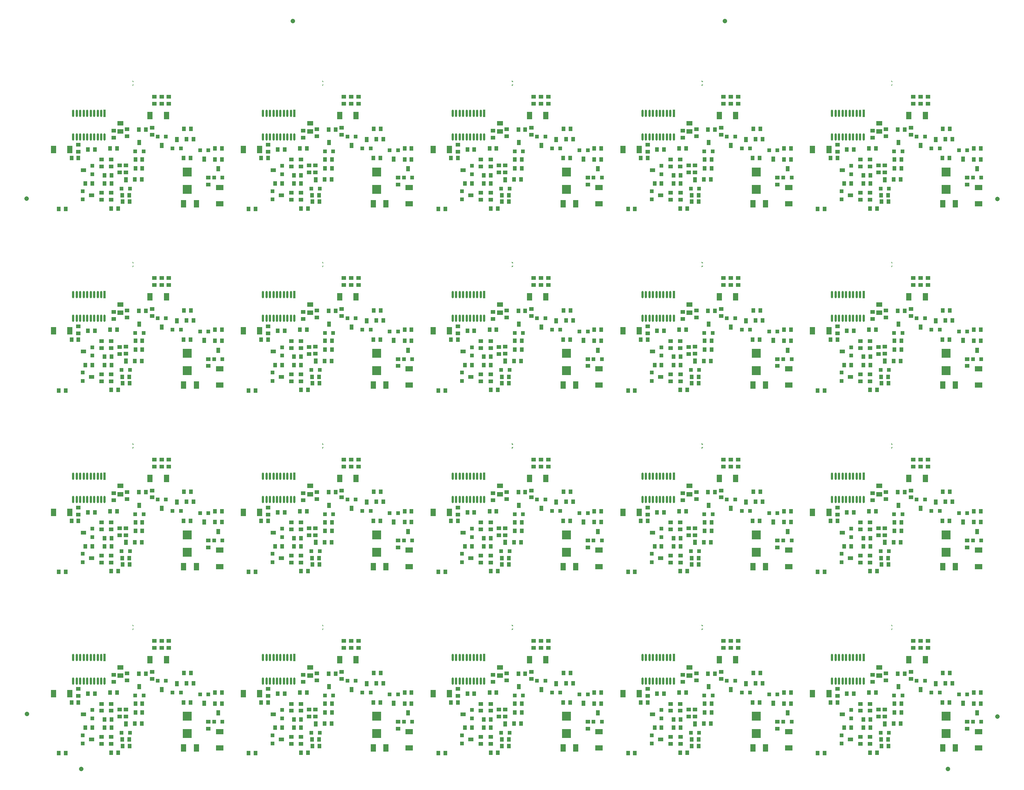
<source format=gtp>
G04*
G04 #@! TF.GenerationSoftware,Altium Limited,Altium Designer,23.8.1 (32)*
G04*
G04 Layer_Color=8421504*
%FSTAX26Y26*%
%MOIN*%
G70*
G04*
G04 #@! TF.SameCoordinates,353E1745-25BD-4490-98DE-B48524D5EC12*
G04*
G04*
G04 #@! TF.FilePolarity,Positive*
G04*
G01*
G75*
%ADD11C,0.042047*%
%ADD12R,0.049213X0.070866*%
%ADD13R,0.037402X0.039370*%
%ADD14R,0.039370X0.037402*%
%ADD15R,0.036000X0.036000*%
%ADD16R,0.036000X0.050000*%
%ADD17R,0.078740X0.078740*%
%ADD18R,0.036000X0.036000*%
%ADD19R,0.050000X0.036000*%
%ADD20R,0.070866X0.049213*%
%ADD21R,0.045276X0.070866*%
%ADD22R,0.057087X0.039370*%
%ADD23O,0.019685X0.066929*%
%ADD24R,0.019685X0.066929*%
G36*
X07717558Y06101034D02*
X07706238D01*
Y06118414D01*
X07717558Y06101034D01*
D02*
G37*
G36*
X06004964D02*
X05993644D01*
Y06118414D01*
X06004964Y06101034D01*
D02*
G37*
G36*
X0429237D02*
X0428105D01*
Y06118414D01*
X0429237Y06101034D01*
D02*
G37*
G36*
X02579776D02*
X02568456D01*
Y06118414D01*
X02579776Y06101034D01*
D02*
G37*
G36*
X00867182D02*
X00855862D01*
Y06118414D01*
X00867182Y06101034D01*
D02*
G37*
G36*
X07706238Y06061115D02*
Y06078495D01*
X07717558D01*
X07706238Y06061115D01*
D02*
G37*
G36*
X05993644D02*
Y06078495D01*
X06004964D01*
X05993644Y06061115D01*
D02*
G37*
G36*
X0428105D02*
Y06078495D01*
X0429237D01*
X0428105Y06061115D01*
D02*
G37*
G36*
X02568456D02*
Y06078495D01*
X02579776D01*
X02568456Y06061115D01*
D02*
G37*
G36*
X00855862D02*
Y06078495D01*
X00867182D01*
X00855862Y06061115D01*
D02*
G37*
G36*
X07717558Y04463227D02*
X07706238D01*
Y04480608D01*
X07717558Y04463227D01*
D02*
G37*
G36*
X06004964D02*
X05993644D01*
Y04480608D01*
X06004964Y04463227D01*
D02*
G37*
G36*
X0429237D02*
X0428105D01*
Y04480608D01*
X0429237Y04463227D01*
D02*
G37*
G36*
X02579776D02*
X02568456D01*
Y04480608D01*
X02579776Y04463227D01*
D02*
G37*
G36*
X00867182D02*
X00855862D01*
Y04480608D01*
X00867182Y04463227D01*
D02*
G37*
G36*
X07706238Y04423309D02*
Y04440689D01*
X07717558D01*
X07706238Y04423309D01*
D02*
G37*
G36*
X05993644D02*
Y04440689D01*
X06004964D01*
X05993644Y04423309D01*
D02*
G37*
G36*
X0428105D02*
Y04440689D01*
X0429237D01*
X0428105Y04423309D01*
D02*
G37*
G36*
X02568456D02*
Y04440689D01*
X02579776D01*
X02568456Y04423309D01*
D02*
G37*
G36*
X00855862D02*
Y04440689D01*
X00867182D01*
X00855862Y04423309D01*
D02*
G37*
G36*
X07717558Y02825421D02*
X07706238D01*
Y02842801D01*
X07717558Y02825421D01*
D02*
G37*
G36*
X06004964D02*
X05993644D01*
Y02842801D01*
X06004964Y02825421D01*
D02*
G37*
G36*
X0429237D02*
X0428105D01*
Y02842801D01*
X0429237Y02825421D01*
D02*
G37*
G36*
X02579776D02*
X02568456D01*
Y02842801D01*
X02579776Y02825421D01*
D02*
G37*
G36*
X00867182D02*
X00855862D01*
Y02842801D01*
X00867182Y02825421D01*
D02*
G37*
G36*
X07706238Y02785502D02*
Y02802883D01*
X07717558D01*
X07706238Y02785502D01*
D02*
G37*
G36*
X05993644D02*
Y02802883D01*
X06004964D01*
X05993644Y02785502D01*
D02*
G37*
G36*
X0428105D02*
Y02802883D01*
X0429237D01*
X0428105Y02785502D01*
D02*
G37*
G36*
X02568456D02*
Y02802883D01*
X02579776D01*
X02568456Y02785502D01*
D02*
G37*
G36*
X00855862D02*
Y02802883D01*
X00867182D01*
X00855862Y02785502D01*
D02*
G37*
G36*
X07717558Y01187614D02*
X07706238D01*
Y01204995D01*
X07717558Y01187614D01*
D02*
G37*
G36*
X06004964D02*
X05993644D01*
Y01204995D01*
X06004964Y01187614D01*
D02*
G37*
G36*
X0429237D02*
X0428105D01*
Y01204995D01*
X0429237Y01187614D01*
D02*
G37*
G36*
X02579776D02*
X02568456D01*
Y01204995D01*
X02579776Y01187614D01*
D02*
G37*
G36*
X00867182D02*
X00855862D01*
Y01204995D01*
X00867182Y01187614D01*
D02*
G37*
G36*
X07706238Y01147696D02*
Y01165076D01*
X07717558D01*
X07706238Y01147696D01*
D02*
G37*
G36*
X05993644D02*
Y01165076D01*
X06004964D01*
X05993644Y01147696D01*
D02*
G37*
G36*
X0428105D02*
Y01165076D01*
X0429237D01*
X0428105Y01147696D01*
D02*
G37*
G36*
X02568456D02*
Y01165076D01*
X02579776D01*
X02568456Y01147696D01*
D02*
G37*
G36*
X00855862D02*
Y01165076D01*
X00867182D01*
X00855862Y01147696D01*
D02*
G37*
D11*
X08661266Y00370928D02*
D03*
X06204031Y0664936D02*
D03*
X02304031D02*
D03*
X08661266Y05043928D02*
D03*
X-00098483Y003937D02*
D03*
X00393512Y-00101861D02*
D03*
X-00099298Y05046928D02*
D03*
X08217266Y-00101867D02*
D03*
D12*
X0014359Y00577345D02*
D03*
X00291228D02*
D03*
X01161609Y00883386D02*
D03*
X01013971D02*
D03*
X01856185Y00577345D02*
D03*
X02003822D02*
D03*
X02874203Y00883386D02*
D03*
X02726565D02*
D03*
X03568778Y00577345D02*
D03*
X03716416D02*
D03*
X04586797Y00883386D02*
D03*
X04439159D02*
D03*
X05281373Y00577345D02*
D03*
X0542901D02*
D03*
X06299391Y00883386D02*
D03*
X06151753D02*
D03*
X06993967Y00577345D02*
D03*
X07141604D02*
D03*
X08011985Y00883386D02*
D03*
X07864347D02*
D03*
X0014359Y02215152D02*
D03*
X00291228D02*
D03*
X01161609Y02521192D02*
D03*
X01013971D02*
D03*
X01856185Y02215152D02*
D03*
X02003822D02*
D03*
X02874203Y02521192D02*
D03*
X02726565D02*
D03*
X03568778Y02215152D02*
D03*
X03716416D02*
D03*
X04586797Y02521192D02*
D03*
X04439159D02*
D03*
X05281373Y02215152D02*
D03*
X0542901D02*
D03*
X06299391Y02521192D02*
D03*
X06151753D02*
D03*
X06993967Y02215152D02*
D03*
X07141604D02*
D03*
X08011985Y02521192D02*
D03*
X07864347D02*
D03*
X0014359Y03852958D02*
D03*
X00291228D02*
D03*
X01161609Y04158999D02*
D03*
X01013971D02*
D03*
X01856185Y03852958D02*
D03*
X02003822D02*
D03*
X02874203Y04158999D02*
D03*
X02726565D02*
D03*
X03568778Y03852958D02*
D03*
X03716416D02*
D03*
X04586797Y04158999D02*
D03*
X04439159D02*
D03*
X05281373Y03852958D02*
D03*
X0542901D02*
D03*
X06299391Y04158999D02*
D03*
X06151753D02*
D03*
X06993967Y03852958D02*
D03*
X07141604D02*
D03*
X08011985Y04158999D02*
D03*
X07864347D02*
D03*
X0014359Y05490765D02*
D03*
X00291228D02*
D03*
X01161609Y05796805D02*
D03*
X01013971D02*
D03*
X01856185Y05490765D02*
D03*
X02003822D02*
D03*
X02874203Y05796805D02*
D03*
X02726565D02*
D03*
X03568778Y05490765D02*
D03*
X03716416D02*
D03*
X04586797Y05796805D02*
D03*
X04439159D02*
D03*
X05281373Y05490765D02*
D03*
X0542901D02*
D03*
X06299391Y05796805D02*
D03*
X06151753D02*
D03*
X06993967Y05490765D02*
D03*
X07141604D02*
D03*
X08011985Y05796805D02*
D03*
X07864347D02*
D03*
D13*
X00765783Y00105531D02*
D03*
X00828776D02*
D03*
X00763862Y00163122D02*
D03*
X00826854D02*
D03*
X00938997Y00306315D02*
D03*
X00876005D02*
D03*
X01661978Y0048795D02*
D03*
X01598986D02*
D03*
X01316583Y00498858D02*
D03*
X01379575D02*
D03*
X01320561Y00762858D02*
D03*
X01383553D02*
D03*
X00944354Y00487191D02*
D03*
X00881362D02*
D03*
X00944354Y00408191D02*
D03*
X00881362D02*
D03*
X00975851Y00758062D02*
D03*
X00912858D02*
D03*
X01598986Y00587564D02*
D03*
X01661978D02*
D03*
X00715912D02*
D03*
X0065292D02*
D03*
X00515931Y00577345D02*
D03*
X00452939D02*
D03*
X0066482Y00269528D02*
D03*
X00601828D02*
D03*
X00601828Y00343937D02*
D03*
X0066482D02*
D03*
X00190475Y00039379D02*
D03*
X00253467D02*
D03*
X00430412Y00269532D02*
D03*
X00493404D02*
D03*
X00663136Y00045448D02*
D03*
X00726128D02*
D03*
X01343306Y0067133D02*
D03*
X01406299D02*
D03*
X00304842Y00498858D02*
D03*
X00367834D02*
D03*
X02478377Y00105531D02*
D03*
X0254137D02*
D03*
X02476456Y00163122D02*
D03*
X02539448D02*
D03*
X02651591Y00306315D02*
D03*
X02588599D02*
D03*
X03374572Y0048795D02*
D03*
X0331158D02*
D03*
X03029177Y00498858D02*
D03*
X03092169D02*
D03*
X03033155Y00762858D02*
D03*
X03096147D02*
D03*
X02656948Y00487191D02*
D03*
X02593956D02*
D03*
X02656948Y00408191D02*
D03*
X02593956D02*
D03*
X02688445Y00758062D02*
D03*
X02625452D02*
D03*
X0331158Y00587564D02*
D03*
X03374572D02*
D03*
X02428506D02*
D03*
X02365514D02*
D03*
X02228525Y00577345D02*
D03*
X02165533D02*
D03*
X02377414Y00269528D02*
D03*
X02314422D02*
D03*
X02314422Y00343937D02*
D03*
X02377414D02*
D03*
X01903069Y00039379D02*
D03*
X01966061D02*
D03*
X02143006Y00269532D02*
D03*
X02205998D02*
D03*
X0237573Y00045448D02*
D03*
X02438722D02*
D03*
X03055901Y0067133D02*
D03*
X03118893D02*
D03*
X02017436Y00498858D02*
D03*
X02080428D02*
D03*
X04190971Y00105531D02*
D03*
X04253964D02*
D03*
X0418905Y00163122D02*
D03*
X04252042D02*
D03*
X04364185Y00306315D02*
D03*
X04301193D02*
D03*
X05087166Y0048795D02*
D03*
X05024174D02*
D03*
X04741771Y00498858D02*
D03*
X04804764D02*
D03*
X04745749Y00762858D02*
D03*
X04808741D02*
D03*
X04369542Y00487191D02*
D03*
X0430655D02*
D03*
X04369542Y00408191D02*
D03*
X0430655D02*
D03*
X04401038Y00758062D02*
D03*
X04338046D02*
D03*
X05024174Y00587564D02*
D03*
X05087166D02*
D03*
X041411D02*
D03*
X04078108D02*
D03*
X03941119Y00577345D02*
D03*
X03878127D02*
D03*
X04090008Y00269528D02*
D03*
X04027016D02*
D03*
X04027016Y00343937D02*
D03*
X04090008D02*
D03*
X03615662Y00039379D02*
D03*
X03678655D02*
D03*
X038556Y00269532D02*
D03*
X03918592D02*
D03*
X04088324Y00045448D02*
D03*
X04151316D02*
D03*
X04768494Y0067133D02*
D03*
X04831487D02*
D03*
X0373003Y00498858D02*
D03*
X03793022D02*
D03*
X05903565Y00105531D02*
D03*
X05966558D02*
D03*
X05901644Y00163122D02*
D03*
X05964636D02*
D03*
X06076779Y00306315D02*
D03*
X06013787D02*
D03*
X0679976Y0048795D02*
D03*
X06736768D02*
D03*
X06454365Y00498858D02*
D03*
X06517358D02*
D03*
X06458343Y00762858D02*
D03*
X06521335D02*
D03*
X06082136Y00487191D02*
D03*
X06019144D02*
D03*
X06082136Y00408191D02*
D03*
X06019144D02*
D03*
X06113632Y00758062D02*
D03*
X0605064D02*
D03*
X06736768Y00587564D02*
D03*
X0679976D02*
D03*
X05853694D02*
D03*
X05790702D02*
D03*
X05653713Y00577345D02*
D03*
X05590721D02*
D03*
X05802602Y00269528D02*
D03*
X0573961D02*
D03*
X0573961Y00343937D02*
D03*
X05802602D02*
D03*
X05328257Y00039379D02*
D03*
X05391249D02*
D03*
X05568194Y00269532D02*
D03*
X05631186D02*
D03*
X05800918Y00045448D02*
D03*
X0586391D02*
D03*
X06481088Y0067133D02*
D03*
X06544081D02*
D03*
X05442624Y00498858D02*
D03*
X05505616D02*
D03*
X07616159Y00105531D02*
D03*
X07679152D02*
D03*
X07614238Y00163122D02*
D03*
X0767723D02*
D03*
X07789373Y00306315D02*
D03*
X07726381D02*
D03*
X08512354Y0048795D02*
D03*
X08449362D02*
D03*
X08166959Y00498858D02*
D03*
X08229951D02*
D03*
X08170937Y00762858D02*
D03*
X08233929D02*
D03*
X0779473Y00487191D02*
D03*
X07731738D02*
D03*
X0779473Y00408191D02*
D03*
X07731738D02*
D03*
X07826226Y00758062D02*
D03*
X07763234D02*
D03*
X08449362Y00587564D02*
D03*
X08512354D02*
D03*
X07566288D02*
D03*
X07503296D02*
D03*
X07366307Y00577345D02*
D03*
X07303315D02*
D03*
X07515196Y00269528D02*
D03*
X07452204D02*
D03*
X07452204Y00343937D02*
D03*
X07515196D02*
D03*
X0704085Y00039379D02*
D03*
X07103843D02*
D03*
X07280788Y00269532D02*
D03*
X0734378D02*
D03*
X07513512Y00045448D02*
D03*
X07576504D02*
D03*
X08193683Y0067133D02*
D03*
X08256675D02*
D03*
X07155218Y00498858D02*
D03*
X0721821D02*
D03*
X00765783Y01743337D02*
D03*
X00828776D02*
D03*
X00763862Y01800928D02*
D03*
X00826854D02*
D03*
X00938997Y01944122D02*
D03*
X00876005D02*
D03*
X01661978Y02125757D02*
D03*
X01598986D02*
D03*
X01316583Y02136665D02*
D03*
X01379575D02*
D03*
X01320561Y02400665D02*
D03*
X01383553D02*
D03*
X00944354Y02124997D02*
D03*
X00881362D02*
D03*
X00944354Y02045997D02*
D03*
X00881362D02*
D03*
X00975851Y02395868D02*
D03*
X00912858D02*
D03*
X01598986Y0222537D02*
D03*
X01661978D02*
D03*
X00715912D02*
D03*
X0065292D02*
D03*
X00515931Y02215152D02*
D03*
X00452939D02*
D03*
X0066482Y01907334D02*
D03*
X00601828D02*
D03*
X00601828Y01981744D02*
D03*
X0066482D02*
D03*
X00190475Y01677186D02*
D03*
X00253467D02*
D03*
X00430412Y01907338D02*
D03*
X00493404D02*
D03*
X00663136Y01683254D02*
D03*
X00726128D02*
D03*
X01343306Y02309137D02*
D03*
X01406299D02*
D03*
X00304842Y02136665D02*
D03*
X00367834D02*
D03*
X02478377Y01743337D02*
D03*
X0254137D02*
D03*
X02476456Y01800928D02*
D03*
X02539448D02*
D03*
X02651591Y01944122D02*
D03*
X02588599D02*
D03*
X03374572Y02125757D02*
D03*
X0331158D02*
D03*
X03029177Y02136665D02*
D03*
X03092169D02*
D03*
X03033155Y02400665D02*
D03*
X03096147D02*
D03*
X02656948Y02124997D02*
D03*
X02593956D02*
D03*
X02656948Y02045997D02*
D03*
X02593956D02*
D03*
X02688445Y02395868D02*
D03*
X02625452D02*
D03*
X0331158Y0222537D02*
D03*
X03374572D02*
D03*
X02428506D02*
D03*
X02365514D02*
D03*
X02228525Y02215152D02*
D03*
X02165533D02*
D03*
X02377414Y01907334D02*
D03*
X02314422D02*
D03*
X02314422Y01981744D02*
D03*
X02377414D02*
D03*
X01903069Y01677186D02*
D03*
X01966061D02*
D03*
X02143006Y01907338D02*
D03*
X02205998D02*
D03*
X0237573Y01683254D02*
D03*
X02438722D02*
D03*
X03055901Y02309137D02*
D03*
X03118893D02*
D03*
X02017436Y02136665D02*
D03*
X02080428D02*
D03*
X04190971Y01743337D02*
D03*
X04253964D02*
D03*
X0418905Y01800928D02*
D03*
X04252042D02*
D03*
X04364185Y01944122D02*
D03*
X04301193D02*
D03*
X05087166Y02125757D02*
D03*
X05024174D02*
D03*
X04741771Y02136665D02*
D03*
X04804764D02*
D03*
X04745749Y02400665D02*
D03*
X04808741D02*
D03*
X04369542Y02124997D02*
D03*
X0430655D02*
D03*
X04369542Y02045997D02*
D03*
X0430655D02*
D03*
X04401038Y02395868D02*
D03*
X04338046D02*
D03*
X05024174Y0222537D02*
D03*
X05087166D02*
D03*
X041411D02*
D03*
X04078108D02*
D03*
X03941119Y02215152D02*
D03*
X03878127D02*
D03*
X04090008Y01907334D02*
D03*
X04027016D02*
D03*
X04027016Y01981744D02*
D03*
X04090008D02*
D03*
X03615662Y01677186D02*
D03*
X03678655D02*
D03*
X038556Y01907338D02*
D03*
X03918592D02*
D03*
X04088324Y01683254D02*
D03*
X04151316D02*
D03*
X04768494Y02309137D02*
D03*
X04831487D02*
D03*
X0373003Y02136665D02*
D03*
X03793022D02*
D03*
X05903565Y01743337D02*
D03*
X05966558D02*
D03*
X05901644Y01800928D02*
D03*
X05964636D02*
D03*
X06076779Y01944122D02*
D03*
X06013787D02*
D03*
X0679976Y02125757D02*
D03*
X06736768D02*
D03*
X06454365Y02136665D02*
D03*
X06517358D02*
D03*
X06458343Y02400665D02*
D03*
X06521335D02*
D03*
X06082136Y02124997D02*
D03*
X06019144D02*
D03*
X06082136Y02045997D02*
D03*
X06019144D02*
D03*
X06113632Y02395868D02*
D03*
X0605064D02*
D03*
X06736768Y0222537D02*
D03*
X0679976D02*
D03*
X05853694D02*
D03*
X05790702D02*
D03*
X05653713Y02215152D02*
D03*
X05590721D02*
D03*
X05802602Y01907334D02*
D03*
X0573961D02*
D03*
X0573961Y01981744D02*
D03*
X05802602D02*
D03*
X05328257Y01677186D02*
D03*
X05391249D02*
D03*
X05568194Y01907338D02*
D03*
X05631186D02*
D03*
X05800918Y01683254D02*
D03*
X0586391D02*
D03*
X06481088Y02309137D02*
D03*
X06544081D02*
D03*
X05442624Y02136665D02*
D03*
X05505616D02*
D03*
X07616159Y01743337D02*
D03*
X07679152D02*
D03*
X07614238Y01800928D02*
D03*
X0767723D02*
D03*
X07789373Y01944122D02*
D03*
X07726381D02*
D03*
X08512354Y02125757D02*
D03*
X08449362D02*
D03*
X08166959Y02136665D02*
D03*
X08229951D02*
D03*
X08170937Y02400665D02*
D03*
X08233929D02*
D03*
X0779473Y02124997D02*
D03*
X07731738D02*
D03*
X0779473Y02045997D02*
D03*
X07731738D02*
D03*
X07826226Y02395868D02*
D03*
X07763234D02*
D03*
X08449362Y0222537D02*
D03*
X08512354D02*
D03*
X07566288D02*
D03*
X07503296D02*
D03*
X07366307Y02215152D02*
D03*
X07303315D02*
D03*
X07515196Y01907334D02*
D03*
X07452204D02*
D03*
X07452204Y01981744D02*
D03*
X07515196D02*
D03*
X0704085Y01677186D02*
D03*
X07103843D02*
D03*
X07280788Y01907338D02*
D03*
X0734378D02*
D03*
X07513512Y01683254D02*
D03*
X07576504D02*
D03*
X08193683Y02309137D02*
D03*
X08256675D02*
D03*
X07155218Y02136665D02*
D03*
X0721821D02*
D03*
X00765783Y03381144D02*
D03*
X00828776D02*
D03*
X00763862Y03438735D02*
D03*
X00826854D02*
D03*
X00938997Y03581928D02*
D03*
X00876005D02*
D03*
X01661978Y03763563D02*
D03*
X01598986D02*
D03*
X01316583Y03774471D02*
D03*
X01379575D02*
D03*
X01320561Y04038471D02*
D03*
X01383553D02*
D03*
X00944354Y03762804D02*
D03*
X00881362D02*
D03*
X00944354Y03683804D02*
D03*
X00881362D02*
D03*
X00975851Y04033674D02*
D03*
X00912858D02*
D03*
X01598986Y03863177D02*
D03*
X01661978D02*
D03*
X00715912D02*
D03*
X0065292D02*
D03*
X00515931Y03852958D02*
D03*
X00452939D02*
D03*
X0066482Y0354514D02*
D03*
X00601828D02*
D03*
X00601828Y0361955D02*
D03*
X0066482D02*
D03*
X00190475Y03314992D02*
D03*
X00253467D02*
D03*
X00430412Y03545144D02*
D03*
X00493404D02*
D03*
X00663136Y03321061D02*
D03*
X00726128D02*
D03*
X01343306Y03946943D02*
D03*
X01406299D02*
D03*
X00304842Y03774471D02*
D03*
X00367834D02*
D03*
X02478377Y03381144D02*
D03*
X0254137D02*
D03*
X02476456Y03438735D02*
D03*
X02539448D02*
D03*
X02651591Y03581928D02*
D03*
X02588599D02*
D03*
X03374572Y03763563D02*
D03*
X0331158D02*
D03*
X03029177Y03774471D02*
D03*
X03092169D02*
D03*
X03033155Y04038471D02*
D03*
X03096147D02*
D03*
X02656948Y03762804D02*
D03*
X02593956D02*
D03*
X02656948Y03683804D02*
D03*
X02593956D02*
D03*
X02688445Y04033674D02*
D03*
X02625452D02*
D03*
X0331158Y03863177D02*
D03*
X03374572D02*
D03*
X02428506D02*
D03*
X02365514D02*
D03*
X02228525Y03852958D02*
D03*
X02165533D02*
D03*
X02377414Y0354514D02*
D03*
X02314422D02*
D03*
X02314422Y0361955D02*
D03*
X02377414D02*
D03*
X01903069Y03314992D02*
D03*
X01966061D02*
D03*
X02143006Y03545144D02*
D03*
X02205998D02*
D03*
X0237573Y03321061D02*
D03*
X02438722D02*
D03*
X03055901Y03946943D02*
D03*
X03118893D02*
D03*
X02017436Y03774471D02*
D03*
X02080428D02*
D03*
X04190971Y03381144D02*
D03*
X04253964D02*
D03*
X0418905Y03438735D02*
D03*
X04252042D02*
D03*
X04364185Y03581928D02*
D03*
X04301193D02*
D03*
X05087166Y03763563D02*
D03*
X05024174D02*
D03*
X04741771Y03774471D02*
D03*
X04804764D02*
D03*
X04745749Y04038471D02*
D03*
X04808741D02*
D03*
X04369542Y03762804D02*
D03*
X0430655D02*
D03*
X04369542Y03683804D02*
D03*
X0430655D02*
D03*
X04401038Y04033674D02*
D03*
X04338046D02*
D03*
X05024174Y03863177D02*
D03*
X05087166D02*
D03*
X041411D02*
D03*
X04078108D02*
D03*
X03941119Y03852958D02*
D03*
X03878127D02*
D03*
X04090008Y0354514D02*
D03*
X04027016D02*
D03*
X04027016Y0361955D02*
D03*
X04090008D02*
D03*
X03615662Y03314992D02*
D03*
X03678655D02*
D03*
X038556Y03545144D02*
D03*
X03918592D02*
D03*
X04088324Y03321061D02*
D03*
X04151316D02*
D03*
X04768494Y03946943D02*
D03*
X04831487D02*
D03*
X0373003Y03774471D02*
D03*
X03793022D02*
D03*
X05903565Y03381144D02*
D03*
X05966558D02*
D03*
X05901644Y03438735D02*
D03*
X05964636D02*
D03*
X06076779Y03581928D02*
D03*
X06013787D02*
D03*
X0679976Y03763563D02*
D03*
X06736768D02*
D03*
X06454365Y03774471D02*
D03*
X06517358D02*
D03*
X06458343Y04038471D02*
D03*
X06521335D02*
D03*
X06082136Y03762804D02*
D03*
X06019144D02*
D03*
X06082136Y03683804D02*
D03*
X06019144D02*
D03*
X06113632Y04033674D02*
D03*
X0605064D02*
D03*
X06736768Y03863177D02*
D03*
X0679976D02*
D03*
X05853694D02*
D03*
X05790702D02*
D03*
X05653713Y03852958D02*
D03*
X05590721D02*
D03*
X05802602Y0354514D02*
D03*
X0573961D02*
D03*
X0573961Y0361955D02*
D03*
X05802602D02*
D03*
X05328257Y03314992D02*
D03*
X05391249D02*
D03*
X05568194Y03545144D02*
D03*
X05631186D02*
D03*
X05800918Y03321061D02*
D03*
X0586391D02*
D03*
X06481088Y03946943D02*
D03*
X06544081D02*
D03*
X05442624Y03774471D02*
D03*
X05505616D02*
D03*
X07616159Y03381144D02*
D03*
X07679152D02*
D03*
X07614238Y03438735D02*
D03*
X0767723D02*
D03*
X07789373Y03581928D02*
D03*
X07726381D02*
D03*
X08512354Y03763563D02*
D03*
X08449362D02*
D03*
X08166959Y03774471D02*
D03*
X08229951D02*
D03*
X08170937Y04038471D02*
D03*
X08233929D02*
D03*
X0779473Y03762804D02*
D03*
X07731738D02*
D03*
X0779473Y03683804D02*
D03*
X07731738D02*
D03*
X07826226Y04033674D02*
D03*
X07763234D02*
D03*
X08449362Y03863177D02*
D03*
X08512354D02*
D03*
X07566288D02*
D03*
X07503296D02*
D03*
X07366307Y03852958D02*
D03*
X07303315D02*
D03*
X07515196Y0354514D02*
D03*
X07452204D02*
D03*
X07452204Y0361955D02*
D03*
X07515196D02*
D03*
X0704085Y03314992D02*
D03*
X07103843D02*
D03*
X07280788Y03545144D02*
D03*
X0734378D02*
D03*
X07513512Y03321061D02*
D03*
X07576504D02*
D03*
X08193683Y03946943D02*
D03*
X08256675D02*
D03*
X07155218Y03774471D02*
D03*
X0721821D02*
D03*
X00765783Y0501895D02*
D03*
X00828776D02*
D03*
X00763862Y05076541D02*
D03*
X00826854D02*
D03*
X00938997Y05219734D02*
D03*
X00876005D02*
D03*
X01661978Y0540137D02*
D03*
X01598986D02*
D03*
X01316583Y05412278D02*
D03*
X01379575D02*
D03*
X01320561Y05676278D02*
D03*
X01383553D02*
D03*
X00944354Y0540061D02*
D03*
X00881362D02*
D03*
X00944354Y0532161D02*
D03*
X00881362D02*
D03*
X00975851Y05671481D02*
D03*
X00912858D02*
D03*
X01598986Y05500983D02*
D03*
X01661978D02*
D03*
X00715912D02*
D03*
X0065292D02*
D03*
X00515931Y05490765D02*
D03*
X00452939D02*
D03*
X0066482Y05182947D02*
D03*
X00601828D02*
D03*
X00601828Y05257356D02*
D03*
X0066482D02*
D03*
X00190475Y04952799D02*
D03*
X00253467D02*
D03*
X00430412Y05182951D02*
D03*
X00493404D02*
D03*
X00663136Y04958867D02*
D03*
X00726128D02*
D03*
X01343306Y0558475D02*
D03*
X01406299D02*
D03*
X00304842Y05412278D02*
D03*
X00367834D02*
D03*
X02478377Y0501895D02*
D03*
X0254137D02*
D03*
X02476456Y05076541D02*
D03*
X02539448D02*
D03*
X02651591Y05219734D02*
D03*
X02588599D02*
D03*
X03374572Y0540137D02*
D03*
X0331158D02*
D03*
X03029177Y05412278D02*
D03*
X03092169D02*
D03*
X03033155Y05676278D02*
D03*
X03096147D02*
D03*
X02656948Y0540061D02*
D03*
X02593956D02*
D03*
X02656948Y0532161D02*
D03*
X02593956D02*
D03*
X02688445Y05671481D02*
D03*
X02625452D02*
D03*
X0331158Y05500983D02*
D03*
X03374572D02*
D03*
X02428506D02*
D03*
X02365514D02*
D03*
X02228525Y05490765D02*
D03*
X02165533D02*
D03*
X02377414Y05182947D02*
D03*
X02314422D02*
D03*
X02314422Y05257356D02*
D03*
X02377414D02*
D03*
X01903069Y04952799D02*
D03*
X01966061D02*
D03*
X02143006Y05182951D02*
D03*
X02205998D02*
D03*
X0237573Y04958867D02*
D03*
X02438722D02*
D03*
X03055901Y0558475D02*
D03*
X03118893D02*
D03*
X02017436Y05412278D02*
D03*
X02080428D02*
D03*
X04190971Y0501895D02*
D03*
X04253964D02*
D03*
X0418905Y05076541D02*
D03*
X04252042D02*
D03*
X04364185Y05219734D02*
D03*
X04301193D02*
D03*
X05087166Y0540137D02*
D03*
X05024174D02*
D03*
X04741771Y05412278D02*
D03*
X04804764D02*
D03*
X04745749Y05676278D02*
D03*
X04808741D02*
D03*
X04369542Y0540061D02*
D03*
X0430655D02*
D03*
X04369542Y0532161D02*
D03*
X0430655D02*
D03*
X04401038Y05671481D02*
D03*
X04338046D02*
D03*
X05024174Y05500983D02*
D03*
X05087166D02*
D03*
X041411D02*
D03*
X04078108D02*
D03*
X03941119Y05490765D02*
D03*
X03878127D02*
D03*
X04090008Y05182947D02*
D03*
X04027016D02*
D03*
X04027016Y05257356D02*
D03*
X04090008D02*
D03*
X03615662Y04952799D02*
D03*
X03678655D02*
D03*
X038556Y05182951D02*
D03*
X03918592D02*
D03*
X04088324Y04958867D02*
D03*
X04151316D02*
D03*
X04768494Y0558475D02*
D03*
X04831487D02*
D03*
X0373003Y05412278D02*
D03*
X03793022D02*
D03*
X05903565Y0501895D02*
D03*
X05966558D02*
D03*
X05901644Y05076541D02*
D03*
X05964636D02*
D03*
X06076779Y05219734D02*
D03*
X06013787D02*
D03*
X0679976Y0540137D02*
D03*
X06736768D02*
D03*
X06454365Y05412278D02*
D03*
X06517358D02*
D03*
X06458343Y05676278D02*
D03*
X06521335D02*
D03*
X06082136Y0540061D02*
D03*
X06019144D02*
D03*
X06082136Y0532161D02*
D03*
X06019144D02*
D03*
X06113632Y05671481D02*
D03*
X0605064D02*
D03*
X06736768Y05500983D02*
D03*
X0679976D02*
D03*
X05853694D02*
D03*
X05790702D02*
D03*
X05653713Y05490765D02*
D03*
X05590721D02*
D03*
X05802602Y05182947D02*
D03*
X0573961D02*
D03*
X0573961Y05257356D02*
D03*
X05802602D02*
D03*
X05328257Y04952799D02*
D03*
X05391249D02*
D03*
X05568194Y05182951D02*
D03*
X05631186D02*
D03*
X05800918Y04958867D02*
D03*
X0586391D02*
D03*
X06481088Y0558475D02*
D03*
X06544081D02*
D03*
X05442624Y05412278D02*
D03*
X05505616D02*
D03*
X07616159Y0501895D02*
D03*
X07679152D02*
D03*
X07614238Y05076541D02*
D03*
X0767723D02*
D03*
X07789373Y05219734D02*
D03*
X07726381D02*
D03*
X08512354Y0540137D02*
D03*
X08449362D02*
D03*
X08166959Y05412278D02*
D03*
X08229951D02*
D03*
X08170937Y05676278D02*
D03*
X08233929D02*
D03*
X0779473Y0540061D02*
D03*
X07731738D02*
D03*
X0779473Y0532161D02*
D03*
X07731738D02*
D03*
X07826226Y05671481D02*
D03*
X07763234D02*
D03*
X08449362Y05500983D02*
D03*
X08512354D02*
D03*
X07566288D02*
D03*
X07503296D02*
D03*
X07366307Y05490765D02*
D03*
X07303315D02*
D03*
X07515196Y05182947D02*
D03*
X07452204D02*
D03*
X07452204Y05257356D02*
D03*
X07515196D02*
D03*
X0704085Y04952799D02*
D03*
X07103843D02*
D03*
X07280788Y05182951D02*
D03*
X0734378D02*
D03*
X07513512Y04958867D02*
D03*
X07576504D02*
D03*
X08193683Y0558475D02*
D03*
X08256675D02*
D03*
X07155218Y05412278D02*
D03*
X0721821D02*
D03*
D14*
X0073814Y00369423D02*
D03*
Y00432415D02*
D03*
X00795311Y0043338D02*
D03*
Y00370387D02*
D03*
X01031506Y00711362D02*
D03*
Y00774355D02*
D03*
X01539903Y00260313D02*
D03*
Y00323305D02*
D03*
X00807Y00760496D02*
D03*
Y00697504D02*
D03*
X00663834Y00185868D02*
D03*
Y00122876D02*
D03*
X00575834Y0042254D02*
D03*
Y00485532D02*
D03*
X00663324D02*
D03*
Y0042254D02*
D03*
X00575834Y00122876D02*
D03*
Y00185868D02*
D03*
X01118025Y0099078D02*
D03*
Y01053773D02*
D03*
X00685321Y00685259D02*
D03*
Y00748251D02*
D03*
X01184568Y0099078D02*
D03*
Y01053773D02*
D03*
X01051876D02*
D03*
Y0099078D02*
D03*
X00367834Y00556068D02*
D03*
Y0061906D02*
D03*
X02450734Y00369423D02*
D03*
Y00432415D02*
D03*
X02507905Y0043338D02*
D03*
Y00370387D02*
D03*
X027441Y00711362D02*
D03*
Y00774355D02*
D03*
X03252497Y00260313D02*
D03*
Y00323305D02*
D03*
X02519594Y00760496D02*
D03*
Y00697504D02*
D03*
X02376428Y00185868D02*
D03*
Y00122876D02*
D03*
X02288428Y0042254D02*
D03*
Y00485532D02*
D03*
X02375918D02*
D03*
Y0042254D02*
D03*
X02288428Y00122876D02*
D03*
Y00185868D02*
D03*
X02830619Y0099078D02*
D03*
Y01053773D02*
D03*
X02397915Y00685259D02*
D03*
Y00748251D02*
D03*
X02897162Y0099078D02*
D03*
Y01053773D02*
D03*
X0276447D02*
D03*
Y0099078D02*
D03*
X02080428Y00556068D02*
D03*
Y0061906D02*
D03*
X04163328Y00369423D02*
D03*
Y00432415D02*
D03*
X04220499Y0043338D02*
D03*
Y00370387D02*
D03*
X04456694Y00711362D02*
D03*
Y00774355D02*
D03*
X04965091Y00260313D02*
D03*
Y00323305D02*
D03*
X04232188Y00760496D02*
D03*
Y00697504D02*
D03*
X04089022Y00185868D02*
D03*
Y00122876D02*
D03*
X04001022Y0042254D02*
D03*
Y00485532D02*
D03*
X04088512D02*
D03*
Y0042254D02*
D03*
X04001022Y00122876D02*
D03*
Y00185868D02*
D03*
X04543213Y0099078D02*
D03*
Y01053773D02*
D03*
X04110509Y00685259D02*
D03*
Y00748251D02*
D03*
X04609756Y0099078D02*
D03*
Y01053773D02*
D03*
X04477064D02*
D03*
Y0099078D02*
D03*
X03793022Y00556068D02*
D03*
Y0061906D02*
D03*
X05875922Y00369423D02*
D03*
Y00432415D02*
D03*
X05933093Y0043338D02*
D03*
Y00370387D02*
D03*
X06169288Y00711362D02*
D03*
Y00774355D02*
D03*
X06677685Y00260313D02*
D03*
Y00323305D02*
D03*
X05944782Y00760496D02*
D03*
Y00697504D02*
D03*
X05801616Y00185868D02*
D03*
Y00122876D02*
D03*
X05713616Y0042254D02*
D03*
Y00485532D02*
D03*
X05801106D02*
D03*
Y0042254D02*
D03*
X05713616Y00122876D02*
D03*
Y00185868D02*
D03*
X06255807Y0099078D02*
D03*
Y01053773D02*
D03*
X05823103Y00685259D02*
D03*
Y00748251D02*
D03*
X0632235Y0099078D02*
D03*
Y01053773D02*
D03*
X06189658D02*
D03*
Y0099078D02*
D03*
X05505616Y00556068D02*
D03*
Y0061906D02*
D03*
X07588516Y00369423D02*
D03*
Y00432415D02*
D03*
X07645687Y0043338D02*
D03*
Y00370387D02*
D03*
X07881882Y00711362D02*
D03*
Y00774355D02*
D03*
X08390279Y00260313D02*
D03*
Y00323305D02*
D03*
X07657376Y00760496D02*
D03*
Y00697504D02*
D03*
X0751421Y00185868D02*
D03*
Y00122876D02*
D03*
X0742621Y0042254D02*
D03*
Y00485532D02*
D03*
X075137D02*
D03*
Y0042254D02*
D03*
X0742621Y00122876D02*
D03*
Y00185868D02*
D03*
X07968401Y0099078D02*
D03*
Y01053773D02*
D03*
X07535697Y00685259D02*
D03*
Y00748251D02*
D03*
X08034944Y0099078D02*
D03*
Y01053773D02*
D03*
X07902252D02*
D03*
Y0099078D02*
D03*
X0721821Y00556068D02*
D03*
Y0061906D02*
D03*
X0073814Y02007229D02*
D03*
Y02070221D02*
D03*
X00795311Y02071186D02*
D03*
Y02008194D02*
D03*
X01031506Y02349169D02*
D03*
Y02412161D02*
D03*
X01539903Y01898119D02*
D03*
Y01961111D02*
D03*
X00807Y02398302D02*
D03*
Y0233531D02*
D03*
X00663834Y01823675D02*
D03*
Y01760682D02*
D03*
X00575834Y02060347D02*
D03*
Y02123339D02*
D03*
X00663324D02*
D03*
Y02060347D02*
D03*
X00575834Y01760682D02*
D03*
Y01823675D02*
D03*
X01118025Y02628587D02*
D03*
Y02691579D02*
D03*
X00685321Y02323066D02*
D03*
Y02386058D02*
D03*
X01184568Y02628587D02*
D03*
Y02691579D02*
D03*
X01051876D02*
D03*
Y02628587D02*
D03*
X00367834Y02193874D02*
D03*
Y02256866D02*
D03*
X02450734Y02007229D02*
D03*
Y02070221D02*
D03*
X02507905Y02071186D02*
D03*
Y02008194D02*
D03*
X027441Y02349169D02*
D03*
Y02412161D02*
D03*
X03252497Y01898119D02*
D03*
Y01961111D02*
D03*
X02519594Y02398302D02*
D03*
Y0233531D02*
D03*
X02376428Y01823675D02*
D03*
Y01760682D02*
D03*
X02288428Y02060347D02*
D03*
Y02123339D02*
D03*
X02375918D02*
D03*
Y02060347D02*
D03*
X02288428Y01760682D02*
D03*
Y01823675D02*
D03*
X02830619Y02628587D02*
D03*
Y02691579D02*
D03*
X02397915Y02323066D02*
D03*
Y02386058D02*
D03*
X02897162Y02628587D02*
D03*
Y02691579D02*
D03*
X0276447D02*
D03*
Y02628587D02*
D03*
X02080428Y02193874D02*
D03*
Y02256866D02*
D03*
X04163328Y02007229D02*
D03*
Y02070221D02*
D03*
X04220499Y02071186D02*
D03*
Y02008194D02*
D03*
X04456694Y02349169D02*
D03*
Y02412161D02*
D03*
X04965091Y01898119D02*
D03*
Y01961111D02*
D03*
X04232188Y02398302D02*
D03*
Y0233531D02*
D03*
X04089022Y01823675D02*
D03*
Y01760682D02*
D03*
X04001022Y02060347D02*
D03*
Y02123339D02*
D03*
X04088512D02*
D03*
Y02060347D02*
D03*
X04001022Y01760682D02*
D03*
Y01823675D02*
D03*
X04543213Y02628587D02*
D03*
Y02691579D02*
D03*
X04110509Y02323066D02*
D03*
Y02386058D02*
D03*
X04609756Y02628587D02*
D03*
Y02691579D02*
D03*
X04477064D02*
D03*
Y02628587D02*
D03*
X03793022Y02193874D02*
D03*
Y02256866D02*
D03*
X05875922Y02007229D02*
D03*
Y02070221D02*
D03*
X05933093Y02071186D02*
D03*
Y02008194D02*
D03*
X06169288Y02349169D02*
D03*
Y02412161D02*
D03*
X06677685Y01898119D02*
D03*
Y01961111D02*
D03*
X05944782Y02398302D02*
D03*
Y0233531D02*
D03*
X05801616Y01823675D02*
D03*
Y01760682D02*
D03*
X05713616Y02060347D02*
D03*
Y02123339D02*
D03*
X05801106D02*
D03*
Y02060347D02*
D03*
X05713616Y01760682D02*
D03*
Y01823675D02*
D03*
X06255807Y02628587D02*
D03*
Y02691579D02*
D03*
X05823103Y02323066D02*
D03*
Y02386058D02*
D03*
X0632235Y02628587D02*
D03*
Y02691579D02*
D03*
X06189658D02*
D03*
Y02628587D02*
D03*
X05505616Y02193874D02*
D03*
Y02256866D02*
D03*
X07588516Y02007229D02*
D03*
Y02070221D02*
D03*
X07645687Y02071186D02*
D03*
Y02008194D02*
D03*
X07881882Y02349169D02*
D03*
Y02412161D02*
D03*
X08390279Y01898119D02*
D03*
Y01961111D02*
D03*
X07657376Y02398302D02*
D03*
Y0233531D02*
D03*
X0751421Y01823675D02*
D03*
Y01760682D02*
D03*
X0742621Y02060347D02*
D03*
Y02123339D02*
D03*
X075137D02*
D03*
Y02060347D02*
D03*
X0742621Y01760682D02*
D03*
Y01823675D02*
D03*
X07968401Y02628587D02*
D03*
Y02691579D02*
D03*
X07535697Y02323066D02*
D03*
Y02386058D02*
D03*
X08034944Y02628587D02*
D03*
Y02691579D02*
D03*
X07902252D02*
D03*
Y02628587D02*
D03*
X0721821Y02193874D02*
D03*
Y02256866D02*
D03*
X0073814Y03645035D02*
D03*
Y03708028D02*
D03*
X00795311Y03708992D02*
D03*
Y03646D02*
D03*
X01031506Y03986975D02*
D03*
Y04049967D02*
D03*
X01539903Y03535925D02*
D03*
Y03598918D02*
D03*
X00807Y04036109D02*
D03*
Y03973117D02*
D03*
X00663834Y03461481D02*
D03*
Y03398489D02*
D03*
X00575834Y03698153D02*
D03*
Y03761145D02*
D03*
X00663324D02*
D03*
Y03698153D02*
D03*
X00575834Y03398489D02*
D03*
Y03461481D02*
D03*
X01118025Y04266393D02*
D03*
Y04329385D02*
D03*
X00685321Y03960872D02*
D03*
Y04023864D02*
D03*
X01184568Y04266393D02*
D03*
Y04329385D02*
D03*
X01051876D02*
D03*
Y04266393D02*
D03*
X00367834Y03831681D02*
D03*
Y03894673D02*
D03*
X02450734Y03645035D02*
D03*
Y03708028D02*
D03*
X02507905Y03708992D02*
D03*
Y03646D02*
D03*
X027441Y03986975D02*
D03*
Y04049967D02*
D03*
X03252497Y03535925D02*
D03*
Y03598918D02*
D03*
X02519594Y04036109D02*
D03*
Y03973117D02*
D03*
X02376428Y03461481D02*
D03*
Y03398489D02*
D03*
X02288428Y03698153D02*
D03*
Y03761145D02*
D03*
X02375918D02*
D03*
Y03698153D02*
D03*
X02288428Y03398489D02*
D03*
Y03461481D02*
D03*
X02830619Y04266393D02*
D03*
Y04329385D02*
D03*
X02397915Y03960872D02*
D03*
Y04023864D02*
D03*
X02897162Y04266393D02*
D03*
Y04329385D02*
D03*
X0276447D02*
D03*
Y04266393D02*
D03*
X02080428Y03831681D02*
D03*
Y03894673D02*
D03*
X04163328Y03645035D02*
D03*
Y03708028D02*
D03*
X04220499Y03708992D02*
D03*
Y03646D02*
D03*
X04456694Y03986975D02*
D03*
Y04049967D02*
D03*
X04965091Y03535925D02*
D03*
Y03598918D02*
D03*
X04232188Y04036109D02*
D03*
Y03973117D02*
D03*
X04089022Y03461481D02*
D03*
Y03398489D02*
D03*
X04001022Y03698153D02*
D03*
Y03761145D02*
D03*
X04088512D02*
D03*
Y03698153D02*
D03*
X04001022Y03398489D02*
D03*
Y03461481D02*
D03*
X04543213Y04266393D02*
D03*
Y04329385D02*
D03*
X04110509Y03960872D02*
D03*
Y04023864D02*
D03*
X04609756Y04266393D02*
D03*
Y04329385D02*
D03*
X04477064D02*
D03*
Y04266393D02*
D03*
X03793022Y03831681D02*
D03*
Y03894673D02*
D03*
X05875922Y03645035D02*
D03*
Y03708028D02*
D03*
X05933093Y03708992D02*
D03*
Y03646D02*
D03*
X06169288Y03986975D02*
D03*
Y04049967D02*
D03*
X06677685Y03535925D02*
D03*
Y03598918D02*
D03*
X05944782Y04036109D02*
D03*
Y03973117D02*
D03*
X05801616Y03461481D02*
D03*
Y03398489D02*
D03*
X05713616Y03698153D02*
D03*
Y03761145D02*
D03*
X05801106D02*
D03*
Y03698153D02*
D03*
X05713616Y03398489D02*
D03*
Y03461481D02*
D03*
X06255807Y04266393D02*
D03*
Y04329385D02*
D03*
X05823103Y03960872D02*
D03*
Y04023864D02*
D03*
X0632235Y04266393D02*
D03*
Y04329385D02*
D03*
X06189658D02*
D03*
Y04266393D02*
D03*
X05505616Y03831681D02*
D03*
Y03894673D02*
D03*
X07588516Y03645035D02*
D03*
Y03708028D02*
D03*
X07645687Y03708992D02*
D03*
Y03646D02*
D03*
X07881882Y03986975D02*
D03*
Y04049967D02*
D03*
X08390279Y03535925D02*
D03*
Y03598918D02*
D03*
X07657376Y04036109D02*
D03*
Y03973117D02*
D03*
X0751421Y03461481D02*
D03*
Y03398489D02*
D03*
X0742621Y03698153D02*
D03*
Y03761145D02*
D03*
X075137D02*
D03*
Y03698153D02*
D03*
X0742621Y03398489D02*
D03*
Y03461481D02*
D03*
X07968401Y04266393D02*
D03*
Y04329385D02*
D03*
X07535697Y03960872D02*
D03*
Y04023864D02*
D03*
X08034944Y04266393D02*
D03*
Y04329385D02*
D03*
X07902252D02*
D03*
Y04266393D02*
D03*
X0721821Y03831681D02*
D03*
Y03894673D02*
D03*
X0073814Y05282842D02*
D03*
Y05345834D02*
D03*
X00795311Y05346799D02*
D03*
Y05283807D02*
D03*
X01031506Y05624782D02*
D03*
Y05687774D02*
D03*
X01539903Y05173732D02*
D03*
Y05236724D02*
D03*
X00807Y05673915D02*
D03*
Y05610923D02*
D03*
X00663834Y05099287D02*
D03*
Y05036295D02*
D03*
X00575834Y05335959D02*
D03*
Y05398952D02*
D03*
X00663324D02*
D03*
Y05335959D02*
D03*
X00575834Y05036295D02*
D03*
Y05099287D02*
D03*
X01118025Y059042D02*
D03*
Y05967192D02*
D03*
X00685321Y05598678D02*
D03*
Y05661671D02*
D03*
X01184568Y059042D02*
D03*
Y05967192D02*
D03*
X01051876D02*
D03*
Y059042D02*
D03*
X00367834Y05469487D02*
D03*
Y05532479D02*
D03*
X02450734Y05282842D02*
D03*
Y05345834D02*
D03*
X02507905Y05346799D02*
D03*
Y05283807D02*
D03*
X027441Y05624782D02*
D03*
Y05687774D02*
D03*
X03252497Y05173732D02*
D03*
Y05236724D02*
D03*
X02519594Y05673915D02*
D03*
Y05610923D02*
D03*
X02376428Y05099287D02*
D03*
Y05036295D02*
D03*
X02288428Y05335959D02*
D03*
Y05398952D02*
D03*
X02375918D02*
D03*
Y05335959D02*
D03*
X02288428Y05036295D02*
D03*
Y05099287D02*
D03*
X02830619Y059042D02*
D03*
Y05967192D02*
D03*
X02397915Y05598678D02*
D03*
Y05661671D02*
D03*
X02897162Y059042D02*
D03*
Y05967192D02*
D03*
X0276447D02*
D03*
Y059042D02*
D03*
X02080428Y05469487D02*
D03*
Y05532479D02*
D03*
X04163328Y05282842D02*
D03*
Y05345834D02*
D03*
X04220499Y05346799D02*
D03*
Y05283807D02*
D03*
X04456694Y05624782D02*
D03*
Y05687774D02*
D03*
X04965091Y05173732D02*
D03*
Y05236724D02*
D03*
X04232188Y05673915D02*
D03*
Y05610923D02*
D03*
X04089022Y05099287D02*
D03*
Y05036295D02*
D03*
X04001022Y05335959D02*
D03*
Y05398952D02*
D03*
X04088512D02*
D03*
Y05335959D02*
D03*
X04001022Y05036295D02*
D03*
Y05099287D02*
D03*
X04543213Y059042D02*
D03*
Y05967192D02*
D03*
X04110509Y05598678D02*
D03*
Y05661671D02*
D03*
X04609756Y059042D02*
D03*
Y05967192D02*
D03*
X04477064D02*
D03*
Y059042D02*
D03*
X03793022Y05469487D02*
D03*
Y05532479D02*
D03*
X05875922Y05282842D02*
D03*
Y05345834D02*
D03*
X05933093Y05346799D02*
D03*
Y05283807D02*
D03*
X06169288Y05624782D02*
D03*
Y05687774D02*
D03*
X06677685Y05173732D02*
D03*
Y05236724D02*
D03*
X05944782Y05673915D02*
D03*
Y05610923D02*
D03*
X05801616Y05099287D02*
D03*
Y05036295D02*
D03*
X05713616Y05335959D02*
D03*
Y05398952D02*
D03*
X05801106D02*
D03*
Y05335959D02*
D03*
X05713616Y05036295D02*
D03*
Y05099287D02*
D03*
X06255807Y059042D02*
D03*
Y05967192D02*
D03*
X05823103Y05598678D02*
D03*
Y05661671D02*
D03*
X0632235Y059042D02*
D03*
Y05967192D02*
D03*
X06189658D02*
D03*
Y059042D02*
D03*
X05505616Y05469487D02*
D03*
Y05532479D02*
D03*
X07588516Y05282842D02*
D03*
Y05345834D02*
D03*
X07645687Y05346799D02*
D03*
Y05283807D02*
D03*
X07881882Y05624782D02*
D03*
Y05687774D02*
D03*
X08390279Y05173732D02*
D03*
Y05236724D02*
D03*
X07657376Y05673915D02*
D03*
Y05610923D02*
D03*
X0751421Y05099287D02*
D03*
Y05036295D02*
D03*
X0742621Y05335959D02*
D03*
Y05398952D02*
D03*
X075137D02*
D03*
Y05335959D02*
D03*
X0742621Y05036295D02*
D03*
Y05099287D02*
D03*
X07968401Y059042D02*
D03*
Y05967192D02*
D03*
X07535697Y05598678D02*
D03*
Y05661671D02*
D03*
X08034944Y059042D02*
D03*
Y05967192D02*
D03*
X07902252D02*
D03*
Y059042D02*
D03*
X0721821Y05469487D02*
D03*
Y05532479D02*
D03*
D15*
X00757858Y00224843D02*
D03*
X00832858D02*
D03*
X0115755Y00693276D02*
D03*
X0108255D02*
D03*
X012925Y00588D02*
D03*
X012175D02*
D03*
X01592482Y00323305D02*
D03*
X01667482D02*
D03*
X01464903Y00570519D02*
D03*
X01539903D02*
D03*
X00879824Y00558983D02*
D03*
X00954824D02*
D03*
X02470452Y00224843D02*
D03*
X02545452D02*
D03*
X02870144Y00693276D02*
D03*
X02795144D02*
D03*
X03005094Y00588D02*
D03*
X02930094D02*
D03*
X03305076Y00323305D02*
D03*
X03380076D02*
D03*
X03177497Y00570519D02*
D03*
X03252497D02*
D03*
X02592418Y00558983D02*
D03*
X02667418D02*
D03*
X04183046Y00224843D02*
D03*
X04258046D02*
D03*
X04582738Y00693276D02*
D03*
X04507738D02*
D03*
X04717688Y00588D02*
D03*
X04642688D02*
D03*
X0501767Y00323305D02*
D03*
X0509267D02*
D03*
X04890091Y00570519D02*
D03*
X04965091D02*
D03*
X04305012Y00558983D02*
D03*
X04380012D02*
D03*
X0589564Y00224843D02*
D03*
X0597064D02*
D03*
X06295332Y00693276D02*
D03*
X06220332D02*
D03*
X06430282Y00588D02*
D03*
X06355282D02*
D03*
X06730264Y00323305D02*
D03*
X06805264D02*
D03*
X06602685Y00570519D02*
D03*
X06677685D02*
D03*
X06017606Y00558983D02*
D03*
X06092606D02*
D03*
X07608234Y00224843D02*
D03*
X07683234D02*
D03*
X08007926Y00693276D02*
D03*
X07932926D02*
D03*
X08142876Y00588D02*
D03*
X08067876D02*
D03*
X08442858Y00323305D02*
D03*
X08517858D02*
D03*
X08315279Y00570519D02*
D03*
X08390279D02*
D03*
X077302Y00558983D02*
D03*
X078052D02*
D03*
X00757858Y01862649D02*
D03*
X00832858D02*
D03*
X0115755Y02331083D02*
D03*
X0108255D02*
D03*
X012925Y02225807D02*
D03*
X012175D02*
D03*
X01592482Y01961111D02*
D03*
X01667482D02*
D03*
X01464903Y02208325D02*
D03*
X01539903D02*
D03*
X00879824Y02196789D02*
D03*
X00954824D02*
D03*
X02470452Y01862649D02*
D03*
X02545452D02*
D03*
X02870144Y02331083D02*
D03*
X02795144D02*
D03*
X03005094Y02225807D02*
D03*
X02930094D02*
D03*
X03305076Y01961111D02*
D03*
X03380076D02*
D03*
X03177497Y02208325D02*
D03*
X03252497D02*
D03*
X02592418Y02196789D02*
D03*
X02667418D02*
D03*
X04183046Y01862649D02*
D03*
X04258046D02*
D03*
X04582738Y02331083D02*
D03*
X04507738D02*
D03*
X04717688Y02225807D02*
D03*
X04642688D02*
D03*
X0501767Y01961111D02*
D03*
X0509267D02*
D03*
X04890091Y02208325D02*
D03*
X04965091D02*
D03*
X04305012Y02196789D02*
D03*
X04380012D02*
D03*
X0589564Y01862649D02*
D03*
X0597064D02*
D03*
X06295332Y02331083D02*
D03*
X06220332D02*
D03*
X06430282Y02225807D02*
D03*
X06355282D02*
D03*
X06730264Y01961111D02*
D03*
X06805264D02*
D03*
X06602685Y02208325D02*
D03*
X06677685D02*
D03*
X06017606Y02196789D02*
D03*
X06092606D02*
D03*
X07608234Y01862649D02*
D03*
X07683234D02*
D03*
X08007926Y02331083D02*
D03*
X07932926D02*
D03*
X08142876Y02225807D02*
D03*
X08067876D02*
D03*
X08442858Y01961111D02*
D03*
X08517858D02*
D03*
X08315279Y02208325D02*
D03*
X08390279D02*
D03*
X077302Y02196789D02*
D03*
X078052D02*
D03*
X00757858Y03500455D02*
D03*
X00832858D02*
D03*
X0115755Y03968889D02*
D03*
X0108255D02*
D03*
X012925Y03863613D02*
D03*
X012175D02*
D03*
X01592482Y03598918D02*
D03*
X01667482D02*
D03*
X01464903Y03846132D02*
D03*
X01539903D02*
D03*
X00879824Y03834596D02*
D03*
X00954824D02*
D03*
X02470452Y03500455D02*
D03*
X02545452D02*
D03*
X02870144Y03968889D02*
D03*
X02795144D02*
D03*
X03005094Y03863613D02*
D03*
X02930094D02*
D03*
X03305076Y03598918D02*
D03*
X03380076D02*
D03*
X03177497Y03846132D02*
D03*
X03252497D02*
D03*
X02592418Y03834596D02*
D03*
X02667418D02*
D03*
X04183046Y03500455D02*
D03*
X04258046D02*
D03*
X04582738Y03968889D02*
D03*
X04507738D02*
D03*
X04717688Y03863613D02*
D03*
X04642688D02*
D03*
X0501767Y03598918D02*
D03*
X0509267D02*
D03*
X04890091Y03846132D02*
D03*
X04965091D02*
D03*
X04305012Y03834596D02*
D03*
X04380012D02*
D03*
X0589564Y03500455D02*
D03*
X0597064D02*
D03*
X06295332Y03968889D02*
D03*
X06220332D02*
D03*
X06430282Y03863613D02*
D03*
X06355282D02*
D03*
X06730264Y03598918D02*
D03*
X06805264D02*
D03*
X06602685Y03846132D02*
D03*
X06677685D02*
D03*
X06017606Y03834596D02*
D03*
X06092606D02*
D03*
X07608234Y03500455D02*
D03*
X07683234D02*
D03*
X08007926Y03968889D02*
D03*
X07932926D02*
D03*
X08142876Y03863613D02*
D03*
X08067876D02*
D03*
X08442858Y03598918D02*
D03*
X08517858D02*
D03*
X08315279Y03846132D02*
D03*
X08390279D02*
D03*
X077302Y03834596D02*
D03*
X078052D02*
D03*
X00757858Y05138262D02*
D03*
X00832858D02*
D03*
X0115755Y05606695D02*
D03*
X0108255D02*
D03*
X012925Y05501419D02*
D03*
X012175D02*
D03*
X01592482Y05236724D02*
D03*
X01667482D02*
D03*
X01464903Y05483938D02*
D03*
X01539903D02*
D03*
X00879824Y05472402D02*
D03*
X00954824D02*
D03*
X02470452Y05138262D02*
D03*
X02545452D02*
D03*
X02870144Y05606695D02*
D03*
X02795144D02*
D03*
X03005094Y05501419D02*
D03*
X02930094D02*
D03*
X03305076Y05236724D02*
D03*
X03380076D02*
D03*
X03177497Y05483938D02*
D03*
X03252497D02*
D03*
X02592418Y05472402D02*
D03*
X02667418D02*
D03*
X04183046Y05138262D02*
D03*
X04258046D02*
D03*
X04582738Y05606695D02*
D03*
X04507738D02*
D03*
X04717688Y05501419D02*
D03*
X04642688D02*
D03*
X0501767Y05236724D02*
D03*
X0509267D02*
D03*
X04890091Y05483938D02*
D03*
X04965091D02*
D03*
X04305012Y05472402D02*
D03*
X04380012D02*
D03*
X0589564Y05138262D02*
D03*
X0597064D02*
D03*
X06295332Y05606695D02*
D03*
X06220332D02*
D03*
X06430282Y05501419D02*
D03*
X06355282D02*
D03*
X06730264Y05236724D02*
D03*
X06805264D02*
D03*
X06602685Y05483938D02*
D03*
X06677685D02*
D03*
X06017606Y05472402D02*
D03*
X06092606D02*
D03*
X07608234Y05138262D02*
D03*
X07683234D02*
D03*
X08007926Y05606695D02*
D03*
X07932926D02*
D03*
X08142876Y05501419D02*
D03*
X08067876D02*
D03*
X08442858Y05236724D02*
D03*
X08517858D02*
D03*
X08315279Y05483938D02*
D03*
X08390279D02*
D03*
X077302Y05472402D02*
D03*
X078052D02*
D03*
D16*
X00795858Y00304843D02*
D03*
X0111955Y00613276D02*
D03*
X012555Y00668D02*
D03*
X01630482Y00403305D02*
D03*
X01501903Y00490519D02*
D03*
X00917824Y00638983D02*
D03*
X02508452Y00304843D02*
D03*
X02832144Y00613276D02*
D03*
X02968094Y00668D02*
D03*
X03343076Y00403305D02*
D03*
X03214497Y00490519D02*
D03*
X02630418Y00638983D02*
D03*
X04221046Y00304843D02*
D03*
X04544738Y00613276D02*
D03*
X04680688Y00668D02*
D03*
X0505567Y00403305D02*
D03*
X04927091Y00490519D02*
D03*
X04343012Y00638983D02*
D03*
X0593364Y00304843D02*
D03*
X06257332Y00613276D02*
D03*
X06393282Y00668D02*
D03*
X06768264Y00403305D02*
D03*
X06639685Y00490519D02*
D03*
X06055606Y00638983D02*
D03*
X07646234Y00304843D02*
D03*
X07969926Y00613276D02*
D03*
X08105876Y00668D02*
D03*
X08480858Y00403305D02*
D03*
X08352279Y00490519D02*
D03*
X077682Y00638983D02*
D03*
X00795858Y01942649D02*
D03*
X0111955Y02251083D02*
D03*
X012555Y02305807D02*
D03*
X01630482Y02041111D02*
D03*
X01501903Y02128325D02*
D03*
X00917824Y02276789D02*
D03*
X02508452Y01942649D02*
D03*
X02832144Y02251083D02*
D03*
X02968094Y02305807D02*
D03*
X03343076Y02041111D02*
D03*
X03214497Y02128325D02*
D03*
X02630418Y02276789D02*
D03*
X04221046Y01942649D02*
D03*
X04544738Y02251083D02*
D03*
X04680688Y02305807D02*
D03*
X0505567Y02041111D02*
D03*
X04927091Y02128325D02*
D03*
X04343012Y02276789D02*
D03*
X0593364Y01942649D02*
D03*
X06257332Y02251083D02*
D03*
X06393282Y02305807D02*
D03*
X06768264Y02041111D02*
D03*
X06639685Y02128325D02*
D03*
X06055606Y02276789D02*
D03*
X07646234Y01942649D02*
D03*
X07969926Y02251083D02*
D03*
X08105876Y02305807D02*
D03*
X08480858Y02041111D02*
D03*
X08352279Y02128325D02*
D03*
X077682Y02276789D02*
D03*
X00795858Y03580455D02*
D03*
X0111955Y03888889D02*
D03*
X012555Y03943613D02*
D03*
X01630482Y03678918D02*
D03*
X01501903Y03766132D02*
D03*
X00917824Y03914596D02*
D03*
X02508452Y03580455D02*
D03*
X02832144Y03888889D02*
D03*
X02968094Y03943613D02*
D03*
X03343076Y03678918D02*
D03*
X03214497Y03766132D02*
D03*
X02630418Y03914596D02*
D03*
X04221046Y03580455D02*
D03*
X04544738Y03888889D02*
D03*
X04680688Y03943613D02*
D03*
X0505567Y03678918D02*
D03*
X04927091Y03766132D02*
D03*
X04343012Y03914596D02*
D03*
X0593364Y03580455D02*
D03*
X06257332Y03888889D02*
D03*
X06393282Y03943613D02*
D03*
X06768264Y03678918D02*
D03*
X06639685Y03766132D02*
D03*
X06055606Y03914596D02*
D03*
X07646234Y03580455D02*
D03*
X07969926Y03888889D02*
D03*
X08105876Y03943613D02*
D03*
X08480858Y03678918D02*
D03*
X08352279Y03766132D02*
D03*
X077682Y03914596D02*
D03*
X00795858Y05218262D02*
D03*
X0111955Y05526695D02*
D03*
X012555Y05581419D02*
D03*
X01630482Y05316724D02*
D03*
X01501903Y05403938D02*
D03*
X00917824Y05552402D02*
D03*
X02508452Y05218262D02*
D03*
X02832144Y05526695D02*
D03*
X02968094Y05581419D02*
D03*
X03343076Y05316724D02*
D03*
X03214497Y05403938D02*
D03*
X02630418Y05552402D02*
D03*
X04221046Y05218262D02*
D03*
X04544738Y05526695D02*
D03*
X04680688Y05581419D02*
D03*
X0505567Y05316724D02*
D03*
X04927091Y05403938D02*
D03*
X04343012Y05552402D02*
D03*
X0593364Y05218262D02*
D03*
X06257332Y05526695D02*
D03*
X06393282Y05581419D02*
D03*
X06768264Y05316724D02*
D03*
X06639685Y05403938D02*
D03*
X06055606Y05552402D02*
D03*
X07646234Y05218262D02*
D03*
X07969926Y05526695D02*
D03*
X08105876Y05581419D02*
D03*
X08480858Y05316724D02*
D03*
X08352279Y05403938D02*
D03*
X077682Y05552402D02*
D03*
D17*
X01348086Y00374387D02*
D03*
Y00217718D02*
D03*
X0306068Y00374387D02*
D03*
Y00217718D02*
D03*
X04773274Y00374387D02*
D03*
Y00217718D02*
D03*
X06485868Y00374387D02*
D03*
Y00217718D02*
D03*
X08198462Y00374387D02*
D03*
Y00217718D02*
D03*
X01348086Y02012194D02*
D03*
Y01855524D02*
D03*
X0306068Y02012194D02*
D03*
Y01855524D02*
D03*
X04773274Y02012194D02*
D03*
Y01855524D02*
D03*
X06485868Y02012194D02*
D03*
Y01855524D02*
D03*
X08198462Y02012194D02*
D03*
Y01855524D02*
D03*
X01348086Y0365D02*
D03*
Y03493331D02*
D03*
X0306068Y0365D02*
D03*
Y03493331D02*
D03*
X04773274Y0365D02*
D03*
Y03493331D02*
D03*
X06485868Y0365D02*
D03*
Y03493331D02*
D03*
X08198462Y0365D02*
D03*
Y03493331D02*
D03*
X01348086Y05287807D02*
D03*
Y05131137D02*
D03*
X0306068Y05287807D02*
D03*
Y05131137D02*
D03*
X04773274Y05287807D02*
D03*
Y05131137D02*
D03*
X06485868Y05287807D02*
D03*
Y05131137D02*
D03*
X08198462Y05287807D02*
D03*
Y05131137D02*
D03*
D18*
X00492834Y00428965D02*
D03*
Y00353965D02*
D03*
X00405834Y00126122D02*
D03*
Y00201122D02*
D03*
X02205428Y00428965D02*
D03*
Y00353965D02*
D03*
X02118428Y00126122D02*
D03*
Y00201122D02*
D03*
X03918022Y00428965D02*
D03*
Y00353965D02*
D03*
X03831022Y00126122D02*
D03*
Y00201122D02*
D03*
X05630616Y00428965D02*
D03*
Y00353965D02*
D03*
X05543616Y00126122D02*
D03*
Y00201122D02*
D03*
X0734321Y00428965D02*
D03*
Y00353965D02*
D03*
X0725621Y00126122D02*
D03*
Y00201122D02*
D03*
X00492834Y02066771D02*
D03*
Y01991771D02*
D03*
X00405834Y01763928D02*
D03*
Y01838928D02*
D03*
X02205428Y02066771D02*
D03*
Y01991771D02*
D03*
X02118428Y01763928D02*
D03*
Y01838928D02*
D03*
X03918022Y02066771D02*
D03*
Y01991771D02*
D03*
X03831022Y01763928D02*
D03*
Y01838928D02*
D03*
X05630616Y02066771D02*
D03*
Y01991771D02*
D03*
X05543616Y01763928D02*
D03*
Y01838928D02*
D03*
X0734321Y02066771D02*
D03*
Y01991771D02*
D03*
X0725621Y01763928D02*
D03*
Y01838928D02*
D03*
X00492834Y03704577D02*
D03*
Y03629577D02*
D03*
X00405834Y03401735D02*
D03*
Y03476735D02*
D03*
X02205428Y03704577D02*
D03*
Y03629577D02*
D03*
X02118428Y03401735D02*
D03*
Y03476735D02*
D03*
X03918022Y03704577D02*
D03*
Y03629577D02*
D03*
X03831022Y03401735D02*
D03*
Y03476735D02*
D03*
X05630616Y03704577D02*
D03*
Y03629577D02*
D03*
X05543616Y03401735D02*
D03*
Y03476735D02*
D03*
X0734321Y03704577D02*
D03*
Y03629577D02*
D03*
X0725621Y03401735D02*
D03*
Y03476735D02*
D03*
X00492834Y05342384D02*
D03*
Y05267384D02*
D03*
X00405834Y05039541D02*
D03*
Y05114541D02*
D03*
X02205428Y05342384D02*
D03*
Y05267384D02*
D03*
X02118428Y05039541D02*
D03*
Y05114541D02*
D03*
X03918022Y05342384D02*
D03*
Y05267384D02*
D03*
X03831022Y05039541D02*
D03*
Y05114541D02*
D03*
X05630616Y05342384D02*
D03*
Y05267384D02*
D03*
X05543616Y05039541D02*
D03*
Y05114541D02*
D03*
X0734321Y05342384D02*
D03*
Y05267384D02*
D03*
X0725621Y05039541D02*
D03*
Y05114541D02*
D03*
D19*
X00412834Y00391965D02*
D03*
X00485834Y00163122D02*
D03*
X02125428Y00391965D02*
D03*
X02198428Y00163122D02*
D03*
X03838022Y00391965D02*
D03*
X03911022Y00163122D02*
D03*
X05550616Y00391965D02*
D03*
X05623616Y00163122D02*
D03*
X0726321Y00391965D02*
D03*
X0733621Y00163122D02*
D03*
X00412834Y02029771D02*
D03*
X00485834Y01800928D02*
D03*
X02125428Y02029771D02*
D03*
X02198428Y01800928D02*
D03*
X03838022Y02029771D02*
D03*
X03911022Y01800928D02*
D03*
X05550616Y02029771D02*
D03*
X05623616Y01800928D02*
D03*
X0726321Y02029771D02*
D03*
X0733621Y01800928D02*
D03*
X00412834Y03667577D02*
D03*
X00485834Y03438735D02*
D03*
X02125428Y03667577D02*
D03*
X02198428Y03438735D02*
D03*
X03838022Y03667577D02*
D03*
X03911022Y03438735D02*
D03*
X05550616Y03667577D02*
D03*
X05623616Y03438735D02*
D03*
X0726321Y03667577D02*
D03*
X0733621Y03438735D02*
D03*
X00412834Y05305384D02*
D03*
X00485834Y05076541D02*
D03*
X02125428Y05305384D02*
D03*
X02198428Y05076541D02*
D03*
X03838022Y05305384D02*
D03*
X03911022Y05076541D02*
D03*
X05550616Y05305384D02*
D03*
X05623616Y05076541D02*
D03*
X0726321Y05305384D02*
D03*
X0733621Y05076541D02*
D03*
D20*
X01641886Y00234551D02*
D03*
Y00086913D02*
D03*
X0335448Y00234551D02*
D03*
Y00086913D02*
D03*
X05067074Y00234551D02*
D03*
Y00086913D02*
D03*
X06779668Y00234551D02*
D03*
Y00086913D02*
D03*
X08492262Y00234551D02*
D03*
Y00086913D02*
D03*
X01641886Y01872357D02*
D03*
Y01724719D02*
D03*
X0335448Y01872357D02*
D03*
Y01724719D02*
D03*
X05067074Y01872357D02*
D03*
Y01724719D02*
D03*
X06779668Y01872357D02*
D03*
Y01724719D02*
D03*
X08492262Y01872357D02*
D03*
Y01724719D02*
D03*
X01641886Y03510164D02*
D03*
Y03362526D02*
D03*
X0335448Y03510164D02*
D03*
Y03362526D02*
D03*
X05067074Y03510164D02*
D03*
Y03362526D02*
D03*
X06779668Y03510164D02*
D03*
Y03362526D02*
D03*
X08492262Y03510164D02*
D03*
Y03362526D02*
D03*
X01641886Y0514797D02*
D03*
Y05000332D02*
D03*
X0335448Y0514797D02*
D03*
Y05000332D02*
D03*
X05067074Y0514797D02*
D03*
Y05000332D02*
D03*
X06779668Y0514797D02*
D03*
Y05000332D02*
D03*
X08492262Y0514797D02*
D03*
Y05000332D02*
D03*
D21*
X01317716Y00086886D02*
D03*
X01431889D02*
D03*
X0303031D02*
D03*
X03144483D02*
D03*
X04742904D02*
D03*
X04857077D02*
D03*
X06455498D02*
D03*
X06569671D02*
D03*
X08168092D02*
D03*
X08282265D02*
D03*
X01317716Y01724692D02*
D03*
X01431889D02*
D03*
X0303031D02*
D03*
X03144483D02*
D03*
X04742904D02*
D03*
X04857077D02*
D03*
X06455498D02*
D03*
X06569671D02*
D03*
X08168092D02*
D03*
X08282265D02*
D03*
X01317716Y03362499D02*
D03*
X01431889D02*
D03*
X0303031D02*
D03*
X03144483D02*
D03*
X04742904D02*
D03*
X04857077D02*
D03*
X06455498D02*
D03*
X06569671D02*
D03*
X08168092D02*
D03*
X08282265D02*
D03*
X01317716Y05000305D02*
D03*
X01431889D02*
D03*
X0303031D02*
D03*
X03144483D02*
D03*
X04742904D02*
D03*
X04857077D02*
D03*
X06455498D02*
D03*
X06569671D02*
D03*
X08168092D02*
D03*
X08282265D02*
D03*
D22*
X00746501Y00740142D02*
D03*
Y00814945D02*
D03*
X02459095Y00740142D02*
D03*
Y00814945D02*
D03*
X04171689Y00740142D02*
D03*
Y00814945D02*
D03*
X05884283Y00740142D02*
D03*
Y00814945D02*
D03*
X07596877Y00740142D02*
D03*
Y00814945D02*
D03*
X00746501Y02377948D02*
D03*
Y02452751D02*
D03*
X02459095Y02377948D02*
D03*
Y02452751D02*
D03*
X04171689Y02377948D02*
D03*
Y02452751D02*
D03*
X05884283Y02377948D02*
D03*
Y02452751D02*
D03*
X07596877Y02377948D02*
D03*
Y02452751D02*
D03*
X00746501Y04015755D02*
D03*
Y04090558D02*
D03*
X02459095Y04015755D02*
D03*
Y04090558D02*
D03*
X04171689Y04015755D02*
D03*
Y04090558D02*
D03*
X05884283Y04015755D02*
D03*
Y04090558D02*
D03*
X07596877Y04015755D02*
D03*
Y04090558D02*
D03*
X00746501Y05653561D02*
D03*
Y05728364D02*
D03*
X02459095Y05653561D02*
D03*
Y05728364D02*
D03*
X04171689Y05653561D02*
D03*
Y05728364D02*
D03*
X05884283Y05653561D02*
D03*
Y05728364D02*
D03*
X07596877Y05653561D02*
D03*
Y05728364D02*
D03*
D23*
X00320849Y00692003D02*
D03*
X00352344D02*
D03*
X00383841D02*
D03*
X00415337D02*
D03*
X00446833D02*
D03*
X00478329D02*
D03*
X00509825D02*
D03*
X00541321D02*
D03*
X00572817D02*
D03*
X00604293D02*
D03*
X00320849Y00904003D02*
D03*
X00352344D02*
D03*
X00383841D02*
D03*
X00415337D02*
D03*
X00446833D02*
D03*
X00478329D02*
D03*
X00509825D02*
D03*
X00541321D02*
D03*
X00572817D02*
D03*
X02033443Y00692003D02*
D03*
X02064938D02*
D03*
X02096435D02*
D03*
X02127931D02*
D03*
X02159427D02*
D03*
X02190923D02*
D03*
X02222419D02*
D03*
X02253915D02*
D03*
X02285411D02*
D03*
X02316887D02*
D03*
X02033443Y00904003D02*
D03*
X02064939D02*
D03*
X02096435D02*
D03*
X02127931D02*
D03*
X02159427D02*
D03*
X02190923D02*
D03*
X02222419D02*
D03*
X02253915D02*
D03*
X02285411D02*
D03*
X03746037Y00692003D02*
D03*
X03777532D02*
D03*
X03809029D02*
D03*
X03840525D02*
D03*
X03872021D02*
D03*
X03903517D02*
D03*
X03935013D02*
D03*
X03966509D02*
D03*
X03998005D02*
D03*
X04029481D02*
D03*
X03746037Y00904003D02*
D03*
X03777532D02*
D03*
X03809029D02*
D03*
X03840525D02*
D03*
X03872021D02*
D03*
X03903517D02*
D03*
X03935013D02*
D03*
X03966509D02*
D03*
X03998005D02*
D03*
X05458631Y00692003D02*
D03*
X05490126D02*
D03*
X05521623D02*
D03*
X05553119D02*
D03*
X05584615D02*
D03*
X05616111D02*
D03*
X05647607D02*
D03*
X05679103D02*
D03*
X05710599D02*
D03*
X05742075D02*
D03*
X05458631Y00904003D02*
D03*
X05490127D02*
D03*
X05521623D02*
D03*
X05553119D02*
D03*
X05584615D02*
D03*
X05616111D02*
D03*
X05647607D02*
D03*
X05679103D02*
D03*
X05710599D02*
D03*
X07171225Y00692003D02*
D03*
X0720272D02*
D03*
X07234217D02*
D03*
X07265713D02*
D03*
X07297209D02*
D03*
X07328705D02*
D03*
X07360201D02*
D03*
X07391697D02*
D03*
X07423193D02*
D03*
X07454669D02*
D03*
X07171225Y00904003D02*
D03*
X07202721D02*
D03*
X07234217D02*
D03*
X07265713D02*
D03*
X07297209D02*
D03*
X07328705D02*
D03*
X07360201D02*
D03*
X07391697D02*
D03*
X07423193D02*
D03*
X00320849Y02329809D02*
D03*
X00352344D02*
D03*
X00383841D02*
D03*
X00415337D02*
D03*
X00446833D02*
D03*
X00478329D02*
D03*
X00509825D02*
D03*
X00541321D02*
D03*
X00572817D02*
D03*
X00604293D02*
D03*
X00320849Y02541809D02*
D03*
X00352344D02*
D03*
X00383841D02*
D03*
X00415337D02*
D03*
X00446833D02*
D03*
X00478329D02*
D03*
X00509825D02*
D03*
X00541321D02*
D03*
X00572817D02*
D03*
X02033443Y02329809D02*
D03*
X02064938D02*
D03*
X02096435D02*
D03*
X02127931D02*
D03*
X02159427D02*
D03*
X02190923D02*
D03*
X02222419D02*
D03*
X02253915D02*
D03*
X02285411D02*
D03*
X02316887D02*
D03*
X02033443Y02541809D02*
D03*
X02064939D02*
D03*
X02096435D02*
D03*
X02127931D02*
D03*
X02159427D02*
D03*
X02190923D02*
D03*
X02222419D02*
D03*
X02253915D02*
D03*
X02285411D02*
D03*
X03746037Y02329809D02*
D03*
X03777532D02*
D03*
X03809029D02*
D03*
X03840525D02*
D03*
X03872021D02*
D03*
X03903517D02*
D03*
X03935013D02*
D03*
X03966509D02*
D03*
X03998005D02*
D03*
X04029481D02*
D03*
X03746037Y02541809D02*
D03*
X03777532D02*
D03*
X03809029D02*
D03*
X03840525D02*
D03*
X03872021D02*
D03*
X03903517D02*
D03*
X03935013D02*
D03*
X03966509D02*
D03*
X03998005D02*
D03*
X05458631Y02329809D02*
D03*
X05490126D02*
D03*
X05521623D02*
D03*
X05553119D02*
D03*
X05584615D02*
D03*
X05616111D02*
D03*
X05647607D02*
D03*
X05679103D02*
D03*
X05710599D02*
D03*
X05742075D02*
D03*
X05458631Y02541809D02*
D03*
X05490127D02*
D03*
X05521623D02*
D03*
X05553119D02*
D03*
X05584615D02*
D03*
X05616111D02*
D03*
X05647607D02*
D03*
X05679103D02*
D03*
X05710599D02*
D03*
X07171225Y02329809D02*
D03*
X0720272D02*
D03*
X07234217D02*
D03*
X07265713D02*
D03*
X07297209D02*
D03*
X07328705D02*
D03*
X07360201D02*
D03*
X07391697D02*
D03*
X07423193D02*
D03*
X07454669D02*
D03*
X07171225Y02541809D02*
D03*
X07202721D02*
D03*
X07234217D02*
D03*
X07265713D02*
D03*
X07297209D02*
D03*
X07328705D02*
D03*
X07360201D02*
D03*
X07391697D02*
D03*
X07423193D02*
D03*
X00320849Y03967616D02*
D03*
X00352344D02*
D03*
X00383841D02*
D03*
X00415337D02*
D03*
X00446833D02*
D03*
X00478329D02*
D03*
X00509825D02*
D03*
X00541321D02*
D03*
X00572817D02*
D03*
X00604293D02*
D03*
X00320849Y04179616D02*
D03*
X00352344D02*
D03*
X00383841D02*
D03*
X00415337D02*
D03*
X00446833D02*
D03*
X00478329D02*
D03*
X00509825D02*
D03*
X00541321D02*
D03*
X00572817D02*
D03*
X02033443Y03967616D02*
D03*
X02064938D02*
D03*
X02096435D02*
D03*
X02127931D02*
D03*
X02159427D02*
D03*
X02190923D02*
D03*
X02222419D02*
D03*
X02253915D02*
D03*
X02285411D02*
D03*
X02316887D02*
D03*
X02033443Y04179616D02*
D03*
X02064939D02*
D03*
X02096435D02*
D03*
X02127931D02*
D03*
X02159427D02*
D03*
X02190923D02*
D03*
X02222419D02*
D03*
X02253915D02*
D03*
X02285411D02*
D03*
X03746037Y03967616D02*
D03*
X03777532D02*
D03*
X03809029D02*
D03*
X03840525D02*
D03*
X03872021D02*
D03*
X03903517D02*
D03*
X03935013D02*
D03*
X03966509D02*
D03*
X03998005D02*
D03*
X04029481D02*
D03*
X03746037Y04179616D02*
D03*
X03777532D02*
D03*
X03809029D02*
D03*
X03840525D02*
D03*
X03872021D02*
D03*
X03903517D02*
D03*
X03935013D02*
D03*
X03966509D02*
D03*
X03998005D02*
D03*
X05458631Y03967616D02*
D03*
X05490126D02*
D03*
X05521623D02*
D03*
X05553119D02*
D03*
X05584615D02*
D03*
X05616111D02*
D03*
X05647607D02*
D03*
X05679103D02*
D03*
X05710599D02*
D03*
X05742075D02*
D03*
X05458631Y04179616D02*
D03*
X05490127D02*
D03*
X05521623D02*
D03*
X05553119D02*
D03*
X05584615D02*
D03*
X05616111D02*
D03*
X05647607D02*
D03*
X05679103D02*
D03*
X05710599D02*
D03*
X07171225Y03967616D02*
D03*
X0720272D02*
D03*
X07234217D02*
D03*
X07265713D02*
D03*
X07297209D02*
D03*
X07328705D02*
D03*
X07360201D02*
D03*
X07391697D02*
D03*
X07423193D02*
D03*
X07454669D02*
D03*
X07171225Y04179616D02*
D03*
X07202721D02*
D03*
X07234217D02*
D03*
X07265713D02*
D03*
X07297209D02*
D03*
X07328705D02*
D03*
X07360201D02*
D03*
X07391697D02*
D03*
X07423193D02*
D03*
X00320849Y05605422D02*
D03*
X00352344D02*
D03*
X00383841D02*
D03*
X00415337D02*
D03*
X00446833D02*
D03*
X00478329D02*
D03*
X00509825D02*
D03*
X00541321D02*
D03*
X00572817D02*
D03*
X00604293D02*
D03*
X00320849Y05817422D02*
D03*
X00352344D02*
D03*
X00383841D02*
D03*
X00415337D02*
D03*
X00446833D02*
D03*
X00478329D02*
D03*
X00509825D02*
D03*
X00541321D02*
D03*
X00572817D02*
D03*
X02033443Y05605422D02*
D03*
X02064938D02*
D03*
X02096435D02*
D03*
X02127931D02*
D03*
X02159427D02*
D03*
X02190923D02*
D03*
X02222419D02*
D03*
X02253915D02*
D03*
X02285411D02*
D03*
X02316887D02*
D03*
X02033443Y05817422D02*
D03*
X02064939D02*
D03*
X02096435D02*
D03*
X02127931D02*
D03*
X02159427D02*
D03*
X02190923D02*
D03*
X02222419D02*
D03*
X02253915D02*
D03*
X02285411D02*
D03*
X03746037Y05605422D02*
D03*
X03777532D02*
D03*
X03809029D02*
D03*
X03840525D02*
D03*
X03872021D02*
D03*
X03903517D02*
D03*
X03935013D02*
D03*
X03966509D02*
D03*
X03998005D02*
D03*
X04029481D02*
D03*
X03746037Y05817422D02*
D03*
X03777532D02*
D03*
X03809029D02*
D03*
X03840525D02*
D03*
X03872021D02*
D03*
X03903517D02*
D03*
X03935013D02*
D03*
X03966509D02*
D03*
X03998005D02*
D03*
X05458631Y05605422D02*
D03*
X05490126D02*
D03*
X05521623D02*
D03*
X05553119D02*
D03*
X05584615D02*
D03*
X05616111D02*
D03*
X05647607D02*
D03*
X05679103D02*
D03*
X05710599D02*
D03*
X05742075D02*
D03*
X05458631Y05817422D02*
D03*
X05490127D02*
D03*
X05521623D02*
D03*
X05553119D02*
D03*
X05584615D02*
D03*
X05616111D02*
D03*
X05647607D02*
D03*
X05679103D02*
D03*
X05710599D02*
D03*
X07171225Y05605422D02*
D03*
X0720272D02*
D03*
X07234217D02*
D03*
X07265713D02*
D03*
X07297209D02*
D03*
X07328705D02*
D03*
X07360201D02*
D03*
X07391697D02*
D03*
X07423193D02*
D03*
X07454669D02*
D03*
X07171225Y05817422D02*
D03*
X07202721D02*
D03*
X07234217D02*
D03*
X07265713D02*
D03*
X07297209D02*
D03*
X07328705D02*
D03*
X07360201D02*
D03*
X07391697D02*
D03*
X07423193D02*
D03*
D24*
X00604293Y00904003D02*
D03*
X02316887D02*
D03*
X04029481D02*
D03*
X05742075D02*
D03*
X07454669D02*
D03*
X00604293Y02541809D02*
D03*
X02316887D02*
D03*
X04029481D02*
D03*
X05742075D02*
D03*
X07454669D02*
D03*
X00604293Y04179616D02*
D03*
X02316887D02*
D03*
X04029481D02*
D03*
X05742075D02*
D03*
X07454669D02*
D03*
X00604293Y05817422D02*
D03*
X02316887D02*
D03*
X04029481D02*
D03*
X05742075D02*
D03*
X07454669D02*
D03*
M02*

</source>
